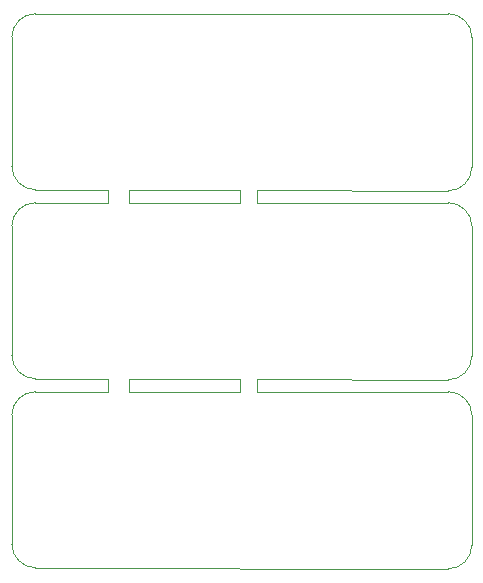
<source format=gbr>
G04 #@! TF.GenerationSoftware,KiCad,Pcbnew,(5.1.5)-3*
G04 #@! TF.CreationDate,2020-05-12T02:25:37+02:00*
G04 #@! TF.ProjectId,STRF,53545246-2e6b-4696-9361-645f70636258,rev?*
G04 #@! TF.SameCoordinates,Original*
G04 #@! TF.FileFunction,Profile,NP*
%FSLAX46Y46*%
G04 Gerber Fmt 4.6, Leading zero omitted, Abs format (unit mm)*
G04 Created by KiCad (PCBNEW (5.1.5)-3) date 2020-05-12 02:25:37*
%MOMM*%
%LPD*%
G04 APERTURE LIST*
%ADD10C,0.050000*%
G04 APERTURE END LIST*
D10*
X29400000Y-59000000D02*
X23250000Y-59000000D01*
X29400000Y-57919907D02*
X23250000Y-57900000D01*
X40550000Y-41949714D02*
X31200000Y-41918455D01*
X40550000Y-57950644D02*
X31200000Y-57919907D01*
X42000000Y-57950000D02*
X42000000Y-59000000D01*
X42000000Y-41950000D02*
X42000000Y-43000000D01*
X40550000Y-57950000D02*
X40550000Y-59000000D01*
X40550000Y-41950000D02*
X40550000Y-43000000D01*
X31200000Y-57919907D02*
X31200000Y-59000000D01*
X29400000Y-57919907D02*
X29400000Y-59000000D01*
X31200000Y-43000000D02*
X31200000Y-41918455D01*
X29400000Y-43000000D02*
X23250000Y-43000000D01*
X29399950Y-41917597D02*
X23250000Y-41900000D01*
X29399950Y-41917597D02*
X29400000Y-43000000D01*
X21250000Y-69500000D02*
X21250000Y-61600000D01*
X21250000Y-61600000D02*
X21250000Y-61000000D01*
X37500000Y-59000000D02*
X31200000Y-59000000D01*
X60200000Y-66500000D02*
X60200000Y-72000000D01*
X58200000Y-59000000D02*
G75*
G02X60200000Y-61000000I0J-2000000D01*
G01*
X60200000Y-66500000D02*
X60200000Y-63600000D01*
X21250000Y-69500000D02*
X21250000Y-71900000D01*
X60200000Y-72000000D02*
G75*
G02X58200000Y-74000000I-2000000J0D01*
G01*
X23250000Y-73900000D02*
G75*
G02X21250000Y-71900000I0J2000000D01*
G01*
X57850000Y-59000000D02*
X58200000Y-59000000D01*
X60200000Y-63600000D02*
X60200000Y-61000000D01*
X58200000Y-74000000D02*
X23250000Y-73900000D01*
X37500000Y-59000000D02*
X40550000Y-59000000D01*
X21250000Y-61000000D02*
G75*
G02X23250000Y-59000000I2000000J0D01*
G01*
X42000000Y-59000000D02*
X57850000Y-59000000D01*
X21250000Y-53500000D02*
X21250000Y-45600000D01*
X37500000Y-43000000D02*
X31200000Y-43000000D01*
X21250000Y-45600000D02*
X21250000Y-45000000D01*
X42000000Y-43000000D02*
X57850000Y-43000000D01*
X60200000Y-50500000D02*
X60200000Y-56000000D01*
X60200000Y-50500000D02*
X60200000Y-47600000D01*
X21250000Y-53500000D02*
X21250000Y-55900000D01*
X60200000Y-56000000D02*
G75*
G02X58200000Y-58000000I-2000000J0D01*
G01*
X58200000Y-43000000D02*
G75*
G02X60200000Y-45000000I0J-2000000D01*
G01*
X23250000Y-57900000D02*
G75*
G02X21250000Y-55900000I0J2000000D01*
G01*
X57850000Y-43000000D02*
X58200000Y-43000000D01*
X37500000Y-43000000D02*
X40550000Y-43000000D01*
X58200000Y-58000000D02*
X42000000Y-57950000D01*
X21250000Y-45000000D02*
G75*
G02X23250000Y-43000000I2000000J0D01*
G01*
X60200000Y-47600000D02*
X60200000Y-45000000D01*
X23250000Y-41900000D02*
G75*
G02X21250000Y-39900000I0J2000000D01*
G01*
X21250000Y-29000000D02*
G75*
G02X23250000Y-27000000I2000000J0D01*
G01*
X58200000Y-27000000D02*
G75*
G02X60200000Y-29000000I0J-2000000D01*
G01*
X60200000Y-40000000D02*
G75*
G02X58200000Y-42000000I-2000000J0D01*
G01*
X21250000Y-37500000D02*
X21250000Y-39900000D01*
X58200000Y-42000000D02*
X42000000Y-41950000D01*
X60200000Y-34500000D02*
X60200000Y-40000000D01*
X60200000Y-31600000D02*
X60200000Y-29000000D01*
X60200000Y-34500000D02*
X60200000Y-31600000D01*
X57850000Y-27000000D02*
X58200000Y-27000000D01*
X42050000Y-27000000D02*
X57850000Y-27000000D01*
X37500000Y-27000000D02*
X42050000Y-27000000D01*
X21250000Y-29600000D02*
X21250000Y-29000000D01*
X37500000Y-27000000D02*
X23250000Y-27000000D01*
X21250000Y-37500000D02*
X21250000Y-29600000D01*
M02*

</source>
